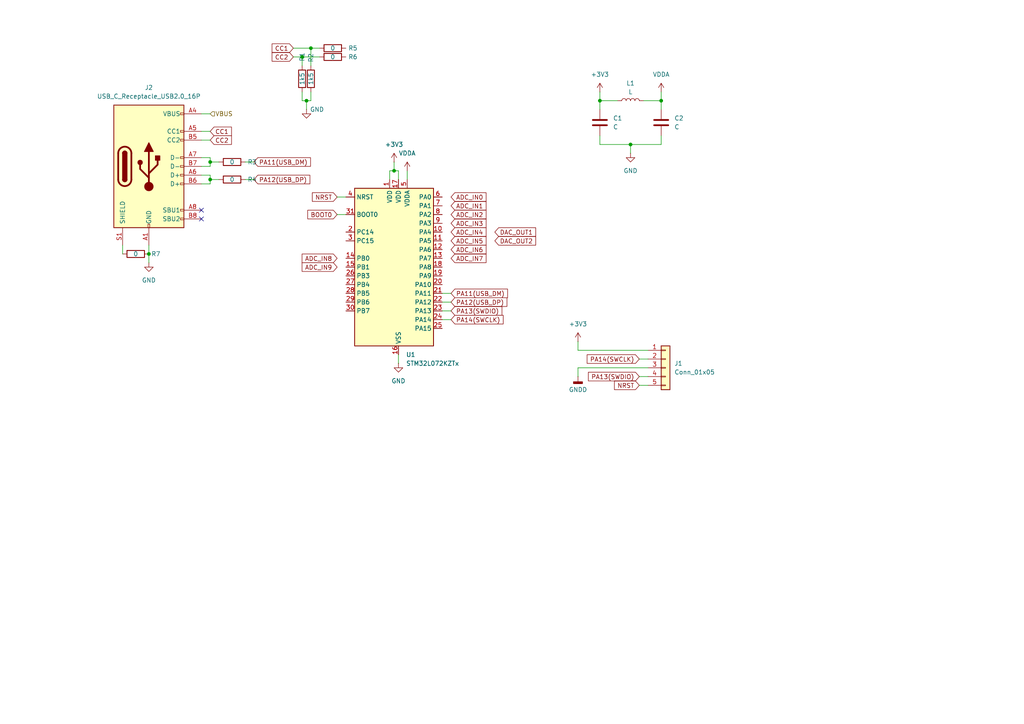
<source format=kicad_sch>
(kicad_sch (version 20231120) (generator "eeschema") (generator_version "8.0")
  (paper "A4")
  (lib_symbols
    (symbol "Connector:USB_C_Receptacle_USB2.0_16P" (pin_names (offset 1.016))
      (property "Reference" "J" (at 0 22.225 0))
      (property "Value" "USB_C_Receptacle_USB2.0_16P" (at 0 19.685 0))
      (symbol "USB_C_Receptacle_USB2.0_16P_0_0"
        (rectangle (start -0.254 -17.78) (end 0.254 -16.764))
        (rectangle (start 10.16 -14.986) (end 9.144 -15.494))
        (rectangle (start 10.16 -12.446) (end 9.144 -12.954))
        (rectangle (start 10.16 -4.826) (end 9.144 -5.334))
        (rectangle (start 10.16 -2.286) (end 9.144 -2.794))
        (rectangle (start 10.16 0.254) (end 9.144 -0.254))
        (rectangle (start 10.16 2.794) (end 9.144 2.286))
        (rectangle (start 10.16 7.874) (end 9.144 7.366))
        (rectangle (start 10.16 10.414) (end 9.144 9.906))
        (rectangle (start 10.16 15.494) (end 9.144 14.986))
      )
      (symbol "USB_C_Receptacle_USB2.0_16P_0_1"
        (rectangle (start -10.16 17.78) (end 10.16 -17.78) (stroke (width 0.254)) (fill (type background)))
        (arc (start -8.89 -3.81) (mid -6.985 -5.7067) (end -5.08 -3.81) (stroke (width 0.508)))
        (arc (start -7.62 -3.81) (mid -6.985 -4.4423) (end -6.35 -3.81) (stroke (width 0.254)))
        (arc (start -7.62 -3.81) (mid -6.985 -4.4423) (end -6.35 -3.81) (stroke (width 0.254)) (fill (type outline)))
        (rectangle (start -7.62 -3.81) (end -6.35 3.81) (stroke (width 0.254)) (fill (type outline)))
        (arc (start -6.35 3.81) (mid -6.985 4.4423) (end -7.62 3.81) (stroke (width 0.254)))
        (arc (start -6.35 3.81) (mid -6.985 4.4423) (end -7.62 3.81) (stroke (width 0.254)) (fill (type outline)))
        (arc (start -5.08 3.81) (mid -6.985 5.7067) (end -8.89 3.81) (stroke (width 0.508)))
        (circle (center -2.54 1.143) (radius 0.635) (stroke (width 0.254)) (fill (type outline)))
        (circle (center 0 -5.842) (radius 1.27) (fill (type outline)))
        (polyline (pts (xy -8.89 -3.81) (xy -8.89 3.81)) (stroke (width 0.508)))
        (polyline (pts (xy -5.08 3.81) (xy -5.08 -3.81)) (stroke (width 0.508)))
        (polyline (pts (xy 0 -5.842) (xy 0 4.318)) (stroke (width 0.508)))
        (polyline (pts (xy 0 -3.302) (xy -2.54 -0.762) (xy -2.54 0.508)) (stroke (width 0.508)))
        (polyline (pts (xy 0 -2.032) (xy 2.54 0.508) (xy 2.54 1.778)) (stroke (width 0.508)))
        (polyline (pts (xy -1.27 4.318) (xy 0 6.858) (xy 1.27 4.318) (xy -1.27 4.318)) (stroke (width 0.254)) (fill (type outline)))
        (rectangle (start 1.905 1.778) (end 3.175 3.048) (stroke (width 0.254)) (fill (type outline)))
      )
      (symbol "USB_C_Receptacle_USB2.0_16P_1_1"
        (pin passive line (at 0 -22.86 90) (length 5.08) (name "GND") (number "A1"))
        (pin passive line (at 0 -22.86 90) (length 5.08) hide (name "GND") (number "A12"))
        (pin passive line (at 15.24 15.24 180) (length 5.08) (name "VBUS") (number "A4"))
        (pin bidirectional line (at 15.24 10.16 180) (length 5.08) (name "CC1") (number "A5"))
        (pin bidirectional line (at 15.24 -2.54 180) (length 5.08) (name "D+") (number "A6"))
        (pin bidirectional line (at 15.24 2.54 180) (length 5.08) (name "D-") (number "A7"))
        (pin bidirectional line (at 15.24 -12.7 180) (length 5.08) (name "SBU1") (number "A8"))
        (pin passive line (at 15.24 15.24 180) (length 5.08) hide (name "VBUS") (number "A9"))
        (pin passive line (at 0 -22.86 90) (length 5.08) hide (name "GND") (number "B1"))
        (pin passive line (at 0 -22.86 90) (length 5.08) hide (name "GND") (number "B12"))
        (pin passive line (at 15.24 15.24 180) (length 5.08) hide (name "VBUS") (number "B4"))
        (pin bidirectional line (at 15.24 7.62 180) (length 5.08) (name "CC2") (number "B5"))
        (pin bidirectional line (at 15.24 -5.08 180) (length 5.08) (name "D+") (number "B6"))
        (pin bidirectional line (at 15.24 0 180) (length 5.08) (name "D-") (number "B7"))
        (pin bidirectional line (at 15.24 -15.24 180) (length 5.08) (name "SBU2") (number "B8"))
        (pin passive line (at 15.24 15.24 180) (length 5.08) hide (name "VBUS") (number "B9"))
        (pin passive line (at -7.62 -22.86 90) (length 5.08) (name "SHIELD") (number "S1"))
      )
    )
    (symbol "Connector_Generic:Conn_01x05" (pin_names (offset 1.016) hide)
      (property "Reference" "J" (at 0 7.62 0))
      (property "Value" "Conn_01x05" (at 0 -7.62 0))
      (symbol "Conn_01x05_1_1"
        (rectangle (start -1.27 -4.953) (end 0 -5.207) (stroke (width 0.1524)))
        (rectangle (start -1.27 -2.413) (end 0 -2.667) (stroke (width 0.1524)))
        (rectangle (start -1.27 0.127) (end 0 -0.127) (stroke (width 0.1524)))
        (rectangle (start -1.27 2.667) (end 0 2.413) (stroke (width 0.1524)))
        (rectangle (start -1.27 5.207) (end 0 4.953) (stroke (width 0.1524)))
        (rectangle (start -1.27 6.35) (end 1.27 -6.35) (stroke (width 0.254)) (fill (type background)))
        (pin passive line (at -5.08 5.08 0) (length 3.81) (name "Pin_1") (number "1"))
        (pin passive line (at -5.08 2.54 0) (length 3.81) (name "Pin_2") (number "2"))
        (pin passive line (at -5.08 0 0) (length 3.81) (name "Pin_3") (number "3"))
        (pin passive line (at -5.08 -2.54 0) (length 3.81) (name "Pin_4") (number "4"))
        (pin passive line (at -5.08 -5.08 0) (length 3.81) (name "Pin_5") (number "5"))
      )
    )
    (symbol "Device:C" (pin_numbers hide) (pin_names (offset 0.254))
      (property "Reference" "C" (at 0.635 2.54 0))
      (property "Value" "C" (at 0.635 -2.54 0))
      (symbol "C_0_1"
        (polyline (pts (xy -2.032 -0.762) (xy 2.032 -0.762)) (stroke (width 0.508)))
        (polyline (pts (xy -2.032 0.762) (xy 2.032 0.762)) (stroke (width 0.508)))
      )
      (symbol "C_1_1"
        (pin passive line (at 0 3.81 270) (length 2.794) (name "~") (number "1"))
        (pin passive line (at 0 -3.81 90) (length 2.794) (name "~") (number "2"))
      )
    )
    (symbol "Device:L" (pin_numbers hide) (pin_names (offset 1.016) hide)
      (property "Reference" "L" (at -1.27 0 90))
      (property "Value" "L" (at 1.905 0 90))
      (symbol "L_0_1"
        (arc (start 0 -2.54) (mid 0.6323 -1.905) (end 0 -1.27))
        (arc (start 0 -1.27) (mid 0.6323 -0.635) (end 0 0))
        (arc (start 0 0) (mid 0.6323 0.635) (end 0 1.27))
        (arc (start 0 1.27) (mid 0.6323 1.905) (end 0 2.54))
      )
      (symbol "L_1_1"
        (pin passive line (at 0 3.81 270) (length 1.27) (name "1") (number "1"))
        (pin passive line (at 0 -3.81 90) (length 1.27) (name "2") (number "2"))
      )
    )
    (symbol "Device:R" (pin_numbers hide) (pin_names (offset 0))
      (property "Reference" "R" (at 2.032 0 90))
      (property "Value" "R" (at 0 0 90))
      (symbol "R_0_1"
        (rectangle (start -1.016 -2.54) (end 1.016 2.54) (stroke (width 0.254)))
      )
      (symbol "R_1_1"
        (pin passive line (at 0 3.81 270) (length 1.27) (name "~") (number "1"))
        (pin passive line (at 0 -3.81 90) (length 1.27) (name "~") (number "2"))
      )
    )
    (symbol "MCU_ST_STM32L0:STM32L072KZTx"
      (property "Reference" "U" (at -10.16 24.13 0))
      (property "Value" "STM32L072KZTx" (at 7.62 24.13 0))
      (symbol "STM32L072KZTx_0_1"
        (rectangle (start -10.16 -22.86) (end 12.7 22.86) (stroke (width 0.254)) (fill (type background)))
      )
      (symbol "STM32L072KZTx_1_1"
        (pin power_in line (at 0 25.4 270) (length 2.54) (name "VDD") (number "1"))
        (pin bidirectional line (at 15.24 10.16 180) (length 2.54) (name "PA4") (number "10"))
        (pin bidirectional line (at 15.24 7.62 180) (length 2.54) (name "PA5") (number "11"))
        (pin bidirectional line (at 15.24 5.08 180) (length 2.54) (name "PA6") (number "12"))
        (pin bidirectional line (at 15.24 2.54 180) (length 2.54) (name "PA7") (number "13"))
        (pin bidirectional line (at -12.7 2.54 0) (length 2.54) (name "PB0") (number "14"))
        (pin bidirectional line (at -12.7 0 0) (length 2.54) (name "PB1") (number "15"))
        (pin power_in line (at 2.54 -25.4 90) (length 2.54) (name "VSS") (number "16"))
        (pin power_in line (at 2.54 25.4 270) (length 2.54) (name "VDD") (number "17"))
        (pin bidirectional line (at 15.24 0 180) (length 2.54) (name "PA8") (number "18"))
        (pin bidirectional line (at 15.24 -2.54 180) (length 2.54) (name "PA9") (number "19"))
        (pin bidirectional line (at -12.7 10.16 0) (length 2.54) (name "PC14") (number "2"))
        (pin bidirectional line (at 15.24 -5.08 180) (length 2.54) (name "PA10") (number "20"))
        (pin bidirectional line (at 15.24 -7.62 180) (length 2.54) (name "PA11") (number "21"))
        (pin bidirectional line (at 15.24 -10.16 180) (length 2.54) (name "PA12") (number "22"))
        (pin bidirectional line (at 15.24 -12.7 180) (length 2.54) (name "PA13") (number "23"))
        (pin bidirectional line (at 15.24 -15.24 180) (length 2.54) (name "PA14") (number "24"))
        (pin bidirectional line (at 15.24 -17.78 180) (length 2.54) (name "PA15") (number "25"))
        (pin bidirectional line (at -12.7 -2.54 0) (length 2.54) (name "PB3") (number "26"))
        (pin bidirectional line (at -12.7 -5.08 0) (length 2.54) (name "PB4") (number "27"))
        (pin bidirectional line (at -12.7 -7.62 0) (length 2.54) (name "PB5") (number "28"))
        (pin bidirectional line (at -12.7 -10.16 0) (length 2.54) (name "PB6") (number "29"))
        (pin bidirectional line (at -12.7 7.62 0) (length 2.54) (name "PC15") (number "3"))
        (pin bidirectional line (at -12.7 -12.7 0) (length 2.54) (name "PB7") (number "30"))
        (pin input line (at -12.7 15.24 0) (length 2.54) (name "BOOT0") (number "31"))
        (pin passive line (at 2.54 -25.4 90) (length 2.54) hide (name "VSS") (number "32"))
        (pin input line (at -12.7 20.32 0) (length 2.54) (name "NRST") (number "4"))
        (pin power_in line (at 5.08 25.4 270) (length 2.54) (name "VDDA") (number "5"))
        (pin bidirectional line (at 15.24 20.32 180) (length 2.54) (name "PA0") (number "6"))
        (pin bidirectional line (at 15.24 17.78 180) (length 2.54) (name "PA1") (number "7"))
        (pin bidirectional line (at 15.24 15.24 180) (length 2.54) (name "PA2") (number "8"))
        (pin bidirectional line (at 15.24 12.7 180) (length 2.54) (name "PA3") (number "9"))
      )
    )
    (symbol "power:+3V3" (power) (pin_numbers hide) (pin_names (offset 0) hide)
      (property "Value" "+3V3" (at 0 3.556 0))
      (symbol "+3V3_0_1"
        (polyline (pts (xy -0.762 1.27) (xy 0 2.54)))
        (polyline (pts (xy 0 0) (xy 0 2.54)))
        (polyline (pts (xy 0 2.54) (xy 0.762 1.27)))
      )
      (symbol "+3V3_1_1"
        (pin power_in line (at 0 0 90) (length 0) (name "~") (number "1"))
      )
    )
    (symbol "power:GND" (power) (pin_numbers hide) (pin_names (offset 0) hide)
      (property "Value" "GND" (at 0 -3.81 0))
      (symbol "GND_0_1"
        (polyline (pts (xy 0 0) (xy 0 -1.27) (xy 1.27 -1.27) (xy 0 -2.54) (xy -1.27 -1.27) (xy 0 -1.27)))
      )
      (symbol "GND_1_1"
        (pin power_in line (at 0 0 270) (length 0) (name "~") (number "1"))
      )
    )
    (symbol "power:GNDD" (power) (pin_numbers hide) (pin_names (offset 0) hide)
      (property "Value" "GNDD" (at 0 -3.175 0))
      (symbol "GNDD_0_1"
        (rectangle (start -1.27 -1.524) (end 1.27 -2.032) (stroke (width 0.254)) (fill (type outline)))
        (polyline (pts (xy 0 0) (xy 0 -1.524)))
      )
      (symbol "GNDD_1_1"
        (pin power_in line (at 0 0 270) (length 0) (name "~") (number "1"))
      )
    )
    (symbol "power:VDDA" (power) (pin_numbers hide) (pin_names (offset 0) hide)
      (property "Value" "VDDA" (at 0 3.556 0))
      (symbol "VDDA_0_1"
        (polyline (pts (xy -0.762 1.27) (xy 0 2.54)))
        (polyline (pts (xy 0 0) (xy 0 2.54)))
        (polyline (pts (xy 0 2.54) (xy 0.762 1.27)))
      )
      (symbol "VDDA_1_1"
        (pin power_in line (at 0 0 90) (length 0) (name "~") (number "1"))
      )
    )
  )
  (junction (at 173.99 29.21))
  (junction (at 114.3 49.53))
  (junction (at 60.96 46.99))
  (junction (at 43.18 73.66))
  (junction (at 191.77 29.21))
  (junction (at 90.17 13.97))
  (junction (at 182.88 41.91))
  (junction (at 60.96 52.07))
  (junction (at 87.63 16.51))
  (junction (at 88.9 29.21))
  (no_connect (at 58.42 60.96))
  (no_connect (at 58.42 63.5))
  (wire (pts (xy 90.17 13.97) (xy 92.71 13.97)))
  (wire (pts (xy 60.96 50.8) (xy 60.96 52.07)))
  (wire (pts (xy 167.64 106.68) (xy 187.96 106.68)))
  (wire (pts (xy 114.3 46.99) (xy 114.3 49.53)))
  (wire (pts (xy 173.99 39.37) (xy 173.99 41.91)))
  (wire (pts (xy 88.9 29.21) (xy 88.9 31.75)))
  (wire (pts (xy 185.42 104.14) (xy 187.96 104.14)))
  (wire (pts (xy 87.63 16.51) (xy 85.09 16.51)))
  (wire (pts (xy 191.77 26.67) (xy 191.77 29.21)))
  (wire (pts (xy 115.57 49.53) (xy 115.57 52.07)))
  (wire (pts (xy 128.27 90.17) (xy 130.81 90.17)))
  (wire (pts (xy 191.77 39.37) (xy 191.77 41.91)))
  (wire (pts (xy 87.63 26.67) (xy 87.63 29.21)))
  (wire (pts (xy 118.11 49.53) (xy 118.11 52.07)))
  (wire (pts (xy 113.03 49.53) (xy 113.03 52.07)))
  (wire (pts (xy 185.42 109.22) (xy 187.96 109.22)))
  (wire (pts (xy 173.99 31.75) (xy 173.99 29.21)))
  (wire (pts (xy 71.12 46.99) (xy 73.66 46.99)))
  (wire (pts (xy 173.99 29.21) (xy 179.07 29.21)))
  (wire (pts (xy 58.42 40.64) (xy 60.96 40.64)))
  (wire (pts (xy 191.77 29.21) (xy 186.69 29.21)))
  (wire (pts (xy 85.09 13.97) (xy 90.17 13.97)))
  (wire (pts (xy 173.99 26.67) (xy 173.99 29.21)))
  (wire (pts (xy 60.96 46.99) (xy 60.96 48.26)))
  (wire (pts (xy 113.03 49.53) (xy 114.3 49.53)))
  (wire (pts (xy 90.17 19.05) (xy 90.17 13.97)))
  (wire (pts (xy 182.88 41.91) (xy 191.77 41.91)))
  (wire (pts (xy 43.18 76.2) (xy 43.18 73.66)))
  (wire (pts (xy 167.64 99.06) (xy 167.64 101.6)))
  (wire (pts (xy 128.27 85.09) (xy 130.81 85.09)))
  (wire (pts (xy 60.96 52.07) (xy 60.96 53.34)))
  (wire (pts (xy 87.63 16.51) (xy 92.71 16.51)))
  (wire (pts (xy 58.42 45.72) (xy 60.96 45.72)))
  (wire (pts (xy 60.96 52.07) (xy 63.5 52.07)))
  (wire (pts (xy 182.88 44.45) (xy 182.88 41.91)))
  (wire (pts (xy 60.96 45.72) (xy 60.96 46.99)))
  (wire (pts (xy 58.42 48.26) (xy 60.96 48.26)))
  (wire (pts (xy 58.42 33.02) (xy 60.96 33.02)))
  (wire (pts (xy 58.42 50.8) (xy 60.96 50.8)))
  (wire (pts (xy 90.17 29.21) (xy 88.9 29.21)))
  (wire (pts (xy 90.17 26.67) (xy 90.17 29.21)))
  (wire (pts (xy 114.3 49.53) (xy 115.57 49.53)))
  (wire (pts (xy 71.12 52.07) (xy 73.66 52.07)))
  (wire (pts (xy 58.42 38.1) (xy 60.96 38.1)))
  (wire (pts (xy 60.96 46.99) (xy 63.5 46.99)))
  (wire (pts (xy 35.56 71.12) (xy 35.56 73.66)))
  (wire (pts (xy 185.42 111.76) (xy 187.96 111.76)))
  (wire (pts (xy 115.57 102.87) (xy 115.57 105.41)))
  (wire (pts (xy 87.63 16.51) (xy 87.63 19.05)))
  (wire (pts (xy 173.99 41.91) (xy 182.88 41.91)))
  (wire (pts (xy 191.77 31.75) (xy 191.77 29.21)))
  (wire (pts (xy 97.79 62.23) (xy 100.33 62.23)))
  (wire (pts (xy 58.42 53.34) (xy 60.96 53.34)))
  (wire (pts (xy 43.18 71.12) (xy 43.18 73.66)))
  (wire (pts (xy 97.79 57.15) (xy 100.33 57.15)))
  (wire (pts (xy 167.64 101.6) (xy 187.96 101.6)))
  (wire (pts (xy 87.63 29.21) (xy 88.9 29.21)))
  (wire (pts (xy 128.27 87.63) (xy 130.81 87.63)))
  (wire (pts (xy 167.64 109.22) (xy 167.64 106.68)))
  (wire (pts (xy 128.27 92.71) (xy 130.81 92.71)))
  (global_label "CC1" (shape input) (at 60.96 38.1 0) (property "Intersheetrefs" "${INTERSHEET_REFS}" (effects (hide yes))))
  (global_label "ADC_IN9" (shape input) (at 97.79 77.47 180) (property "Intersheetrefs" "${INTERSHEET_REFS}" (effects (hide yes))))
  (global_label "CC1" (shape input) (at 85.09 13.97 180) (property "Intersheetrefs" "${INTERSHEET_REFS}" (effects (hide yes))))
  (global_label "DAC_OUT1" (shape input) (at 143.51 67.31 0) (property "Intersheetrefs" "${INTERSHEET_REFS}" (effects (hide yes))))
  (global_label "ADC_IN6" (shape input) (at 130.81 72.39 0) (property "Intersheetrefs" "${INTERSHEET_REFS}" (effects (hide yes))))
  (global_label "ADC_IN1" (shape input) (at 130.81 59.69 0) (property "Intersheetrefs" "${INTERSHEET_REFS}" (effects (hide yes))))
  (global_label "ADC_IN8" (shape input) (at 97.79 74.93 180) (property "Intersheetrefs" "${INTERSHEET_REFS}" (effects (hide yes))))
  (global_label "NRST" (shape input) (at 97.79 57.15 180) (property "Intersheetrefs" "${INTERSHEET_REFS}" (effects (hide yes))))
  (global_label "CC2" (shape input) (at 60.96 40.64 0) (property "Intersheetrefs" "${INTERSHEET_REFS}" (effects (hide yes))))
  (global_label "ADC_IN4" (shape input) (at 130.81 67.31 0) (property "Intersheetrefs" "${INTERSHEET_REFS}" (effects (hide yes))))
  (global_label "PA13(SWDIO)" (shape input) (at 185.42 109.22 180) (property "Intersheetrefs" "${INTERSHEET_REFS}" (effects (hide yes))))
  (global_label "CC2" (shape input) (at 85.09 16.51 180) (property "Intersheetrefs" "${INTERSHEET_REFS}" (effects (hide yes))))
  (global_label "PA13(SWDIO)" (shape input) (at 130.81 90.17 0) (property "Intersheetrefs" "${INTERSHEET_REFS}" (effects (hide yes))))
  (global_label "PA12(USB_DP)" (shape input) (at 130.81 87.63 0) (property "Intersheetrefs" "${INTERSHEET_REFS}" (effects (hide yes))))
  (global_label "DAC_OUT2" (shape input) (at 143.51 69.85 0) (property "Intersheetrefs" "${INTERSHEET_REFS}" (effects (hide yes))))
  (global_label "ADC_IN3" (shape input) (at 130.81 64.77 0) (property "Intersheetrefs" "${INTERSHEET_REFS}" (effects (hide yes))))
  (global_label "NRST" (shape input) (at 185.42 111.76 180) (property "Intersheetrefs" "${INTERSHEET_REFS}" (effects (hide yes))))
  (global_label "ADC_IN5" (shape input) (at 130.81 69.85 0) (property "Intersheetrefs" "${INTERSHEET_REFS}" (effects (hide yes))))
  (global_label "ADC_IN7" (shape input) (at 130.81 74.93 0) (property "Intersheetrefs" "${INTERSHEET_REFS}" (effects (hide yes))))
  (global_label "PA11(USB_DM)" (shape input) (at 130.81 85.09 0) (property "Intersheetrefs" "${INTERSHEET_REFS}" (effects (hide yes))))
  (global_label "PA14(SWCLK)" (shape input) (at 130.81 92.71 0) (property "Intersheetrefs" "${INTERSHEET_REFS}" (effects (hide yes))))
  (global_label "PA12(USB_DP)" (shape input) (at 73.66 52.07 0) (property "Intersheetrefs" "${INTERSHEET_REFS}" (effects (hide yes))))
  (global_label "ADC_IN2" (shape input) (at 130.81 62.23 0) (property "Intersheetrefs" "${INTERSHEET_REFS}" (effects (hide yes))))
  (global_label "ADC_IN0" (shape input) (at 130.81 57.15 0) (property "Intersheetrefs" "${INTERSHEET_REFS}" (effects (hide yes))))
  (global_label "BOOT0" (shape input) (at 97.79 62.23 180) (property "Intersheetrefs" "${INTERSHEET_REFS}" (effects (hide yes))))
  (global_label "PA11(USB_DM)" (shape input) (at 73.66 46.99 0) (property "Intersheetrefs" "${INTERSHEET_REFS}" (effects (hide yes))))
  (global_label "PA14(SWCLK)" (shape input) (at 185.42 104.14 180) (property "Intersheetrefs" "${INTERSHEET_REFS}" (effects (hide yes))))
  (hierarchical_label "VBUS" (shape input) (at 60.96 33.02 0))
  (symbol (lib_id "power:VDDA") (at 118.11 49.53 0) (unit 1)
    (property "Reference" "#PWR05" (effects (hide yes)))
    (property "Value" "VDDA" (at 118.11 44.45 0))
    (property "Description" "Power symbol creates a global label with name \"VDDA\"" (effects (hide yes)))
  )
  (symbol (lib_id "Device:R") (at 96.52 16.51 90) (unit 1)
    (property "Reference" "R6" (at 102.362 16.51 90))
    (property "Value" "0" (at 96.52 16.51 90))
    (property "Description" "Resistor" (effects (hide yes)))
  )
  (symbol (lib_id "power:GND") (at 115.57 105.41 0) (unit 1)
    (property "Reference" "#PWR02" (effects (hide yes)))
    (property "Value" "GND" (at 115.57 110.49 0))
    (property "Description" "Power symbol creates a global label with name \"GND\" , ground" (effects (hide yes)))
  )
  (symbol (lib_id "Device:R") (at 67.31 46.99 90) (unit 1)
    (property "Reference" "R3" (at 73.152 46.99 90))
    (property "Value" "0" (at 67.31 46.99 90))
    (property "Description" "Resistor" (effects (hide yes)))
  )
  (symbol (lib_id "power:GND") (at 43.18 76.2 0) (unit 1)
    (property "Reference" "#PWR04" (effects (hide yes)))
    (property "Value" "GND" (at 43.18 81.28 0))
    (property "Description" "Power symbol creates a global label with name \"GND\" , ground" (effects (hide yes)))
  )
  (symbol (lib_id "Device:L") (at 182.88 29.21 90) (unit 1)
    (property "Reference" "L1" (at 182.88 24.13 90))
    (property "Value" "L" (at 182.88 26.67 90))
    (property "Description" "Inductor" (effects (hide yes)))
  )
  (symbol (lib_id "power:+3V3") (at 114.3 46.99 0) (unit 1)
    (property "Reference" "#PWR01" (effects (hide yes)))
    (property "Value" "+3V3" (at 114.3 41.91 0))
    (property "Description" "Power symbol creates a global label with name \"+3V3\"" (effects (hide yes)))
  )
  (symbol (lib_id "Device:R") (at 96.52 13.97 90) (unit 1)
    (property "Reference" "R5" (at 102.362 13.97 90))
    (property "Value" "0" (at 96.52 13.97 90))
    (property "Description" "Resistor" (effects (hide yes)))
  )
  (symbol (lib_id "Device:R") (at 90.17 22.86 180) (unit 1)
    (property "Reference" "R2" (at 90.17 16.764 90))
    (property "Value" "1k5" (at 90.17 22.86 90))
    (property "Description" "Resistor" (effects (hide yes)))
  )
  (symbol (lib_id "Connector_Generic:Conn_01x05") (at 193.04 106.68 0) (unit 1)
    (property "Reference" "J1" (at 195.58 105.4099 0) (effects (justify left)))
    (property "Value" "Conn_01x05" (at 195.58 107.9499 0) (effects (justify left)))
    (property "Description" "Generic connector, single row, 01x05, script generated (kicad-library-utils/schlib/autogen/connector/)" (effects (hide yes)))
  )
  (symbol (lib_id "Device:R") (at 67.31 52.07 90) (unit 1)
    (property "Reference" "R4" (at 73.152 52.07 90))
    (property "Value" "0" (at 67.31 52.07 90))
    (property "Description" "Resistor" (effects (hide yes)))
  )
  (symbol (lib_id "Device:R") (at 87.63 22.86 0) (unit 1)
    (property "Reference" "R1" (at 87.63 16.51 90))
    (property "Value" "1k5" (at 87.63 22.86 90))
    (property "Description" "Resistor" (effects (hide yes)))
  )
  (symbol (lib_id "power:GND") (at 182.88 44.45 0) (unit 1)
    (property "Reference" "#PWR014" (effects (hide yes)))
    (property "Value" "GND" (at 182.88 49.53 0))
    (property "Description" "Power symbol creates a global label with name \"GND\" , ground" (effects (hide yes)))
  )
  (symbol (lib_id "power:+3V3") (at 167.64 99.06 0) (unit 1)
    (property "Reference" "#PWR010" (effects (hide yes)))
    (property "Value" "+3V3" (at 167.64 93.98 0))
    (property "Description" "Power symbol creates a global label with name \"+3V3\"" (effects (hide yes)))
  )
  (symbol (lib_id "Device:R") (at 39.37 73.66 90) (unit 1)
    (property "Reference" "R7" (at 45.212 73.66 90))
    (property "Value" "0" (at 39.37 73.66 90))
    (property "Description" "Resistor" (effects (hide yes)))
  )
  (symbol (lib_id "MCU_ST_STM32L0:STM32L072KZTx") (at 113.03 77.47 0) (unit 1)
    (property "Reference" "U1" (at 117.7641 102.87 0) (effects (justify left)))
    (property "Value" "STM32L072KZTx" (at 117.7641 105.41 0) (effects (justify left)))
    (property "Footprint" "Package_QFP:LQFP-32_7x7mm_P0.8mm" (effects (hide yes)))
    (property "Datasheet" "https://www.st.com/resource/en/datasheet/stm32l072kz.pdf" (effects (hide yes)))
    (property "Description" "STMicroelectronics Arm Cortex-M0+ MCU, 192KB flash, 20KB RAM, 32 MHz, 1.65-3.6V, 25 GPIO, LQFP32" (effects (hide yes)))
  )
  (symbol (lib_id "power:VDDA") (at 191.77 26.67 0) (unit 1)
    (property "Reference" "#PWR07" (effects (hide yes)))
    (property "Value" "VDDA" (at 191.77 21.59 0))
    (property "Description" "Power symbol creates a global label with name \"VDDA\"" (effects (hide yes)))
  )
  (symbol (lib_id "power:GNDD") (at 167.64 109.22 0) (unit 1)
    (property "Reference" "#PWR09" (effects (hide yes)))
    (property "Value" "GNDD" (at 167.64 113.03 0))
    (property "Description" "Power symbol creates a global label with name \"GNDD\" , digital ground" (effects (hide yes)))
  )
  (symbol (lib_id "Connector:USB_C_Receptacle_USB2.0_16P") (at 43.18 48.26 0) (unit 1)
    (property "Reference" "J2" (at 43.18 25.4 0))
    (property "Value" "USB_C_Receptacle_USB2.0_16P" (at 43.18 27.94 0))
    (property "Datasheet" "https://www.usb.org/sites/default/files/documents/usb_type-c.zip" (effects (hide yes)))
    (property "Description" "USB 2.0-only 16P Type-C Receptacle connector" (effects (hide yes)))
  )
  (symbol (lib_id "Device:C") (at 191.77 35.56 0) (unit 1)
    (property "Reference" "C2" (at 195.58 34.2899 0) (effects (justify left)))
    (property "Value" "C" (at 195.58 36.8299 0) (effects (justify left)))
    (property "Description" "Unpolarized capacitor" (effects (hide yes)))
  )
  (symbol (lib_id "power:+3V3") (at 173.99 26.67 0) (unit 1)
    (property "Reference" "#PWR06" (effects (hide yes)))
    (property "Value" "+3V3" (at 173.99 21.59 0))
    (property "Description" "Power symbol creates a global label with name \"+3V3\"" (effects (hide yes)))
  )
  (symbol (lib_id "power:GND") (at 88.9 31.75 0) (unit 1)
    (property "Reference" "#PWR03" (effects (hide yes)))
    (property "Value" "GND" (at 91.948 31.75 0))
    (property "Description" "Power symbol creates a global label with name \"GND\" , ground" (effects (hide yes)))
  )
  (symbol (lib_id "Device:C") (at 173.99 35.56 0) (unit 1)
    (property "Reference" "C1" (at 177.8 34.2899 0) (effects (justify left)))
    (property "Value" "C" (at 177.8 36.8299 0) (effects (justify left)))
    (property "Description" "Unpolarized capacitor" (effects (hide yes)))
  )
)
</source>
